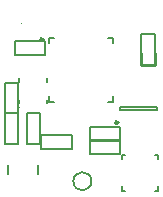
<source format=gto>
%FSLAX25Y25*%
%MOIN*%
G70*
G01*
G75*
%ADD10C,0.00800*%
%ADD11R,0.01969X0.01969*%
%ADD12R,0.01969X0.01969*%
%ADD13R,0.02756X0.05118*%
%ADD14R,0.09370X0.06496*%
%ADD15R,0.00984X0.02756*%
%ADD16R,0.01929X0.01181*%
%ADD17R,0.02047X0.01181*%
%ADD18R,0.06299X0.03543*%
%ADD19R,0.01102X0.01969*%
%ADD20R,0.12205X0.12205*%
%ADD21R,0.00984X0.02362*%
%ADD22R,0.02362X0.00984*%
%ADD23R,0.10709X0.05079*%
%ADD24R,0.05787X0.04449*%
%ADD25R,0.03000X0.03000*%
%ADD26R,0.04449X0.05787*%
%ADD27R,0.03000X0.03000*%
%ADD28R,0.04331X0.03543*%
%ADD29C,0.02000*%
%ADD30C,0.00600*%
%ADD31C,0.01200*%
%ADD32C,0.01000*%
%ADD33C,0.00500*%
%ADD34C,0.05118*%
%ADD35C,0.01400*%
%ADD36C,0.01969*%
%ADD37R,0.01063X0.02047*%
%ADD38R,0.01417X0.02047*%
%ADD39R,0.02953X0.05906*%
%ADD40O,0.01575X0.05299*%
%ADD41O,0.01575X0.06874*%
%ADD42O,0.05299X0.01575*%
%ADD43O,0.06874X0.01575*%
%ADD44O,0.10024X0.01575*%
%ADD45R,0.08000X0.06300*%
%ADD46C,0.00984*%
%ADD47C,0.00394*%
%ADD48C,0.00787*%
D10*
X29121Y5094D02*
G03*
X29121Y5094I-3021J0D01*
G01*
D32*
X50300Y43950D02*
Y48000D01*
X45700Y43950D02*
X50300D01*
X45700D02*
Y48000D01*
D33*
X7500Y17650D02*
X12100D01*
X7500Y27750D02*
X12100D01*
Y17650D02*
Y27750D01*
X7500Y17650D02*
Y27750D01*
X28650Y14100D02*
Y18700D01*
X38750Y14100D02*
Y18700D01*
X28650Y14100D02*
X38750D01*
X28650Y18700D02*
X38750D01*
X22550Y15900D02*
Y20500D01*
X12450Y15900D02*
Y20500D01*
X22550D01*
X12450Y15900D02*
X22550D01*
X200Y17650D02*
X4800D01*
X200Y27750D02*
X4800D01*
Y17650D02*
Y27750D01*
X200Y17650D02*
Y27750D01*
X13750Y47100D02*
Y51700D01*
X3650Y47100D02*
Y51700D01*
X13750D01*
X3650Y47100D02*
X13750D01*
X200Y27750D02*
X4800D01*
X200Y37850D02*
X4800D01*
Y27750D02*
Y37850D01*
X200Y27750D02*
Y37850D01*
X28648Y18654D02*
Y23254D01*
X38748Y18654D02*
Y23254D01*
X28648Y18654D02*
X38748D01*
X28648Y23254D02*
X38748D01*
X45700Y43950D02*
X50300D01*
X45700Y54050D02*
X50300D01*
Y43950D02*
Y54050D01*
X45700Y43950D02*
Y54050D01*
D46*
X38009Y24676D02*
G03*
X38009Y24676I-492J0D01*
G01*
X13003Y52339D02*
G03*
X13003Y52339I-492J0D01*
G01*
D47*
X51599Y15577D02*
G03*
X51599Y15577I-197J0D01*
G01*
X5764Y57660D02*
G03*
X5764Y57660I-197J0D01*
G01*
X5172Y29591D02*
G03*
X5172Y29591I-197J0D01*
G01*
X50888Y63532D02*
G03*
X50888Y63532I-197J0D01*
G01*
D48*
X38698Y28809D02*
Y29991D01*
X50902Y28809D02*
Y29991D01*
X38698Y28809D02*
X50902D01*
X38698Y29991D02*
X50902D01*
X39198Y1798D02*
Y3372D01*
Y12428D02*
Y14002D01*
X51402Y1798D02*
Y3372D01*
Y12428D02*
Y14002D01*
X39198Y1798D02*
X40280D01*
X50320D02*
X51402D01*
X39198Y14002D02*
X40280D01*
X50320D02*
X51402D01*
X14424Y31166D02*
Y32328D01*
Y38272D02*
Y39434D01*
X4976Y38272D02*
Y39434D01*
Y31166D02*
Y32328D01*
X15070Y31670D02*
X16743D01*
X15070D02*
Y33343D01*
X34657Y31670D02*
X36330D01*
Y33343D01*
Y51257D02*
Y52930D01*
X34657D02*
X36330D01*
X15070D02*
X16743D01*
X15070Y51257D02*
Y52930D01*
X1439Y7425D02*
Y10575D01*
X11361Y7425D02*
Y10575D01*
M02*

</source>
